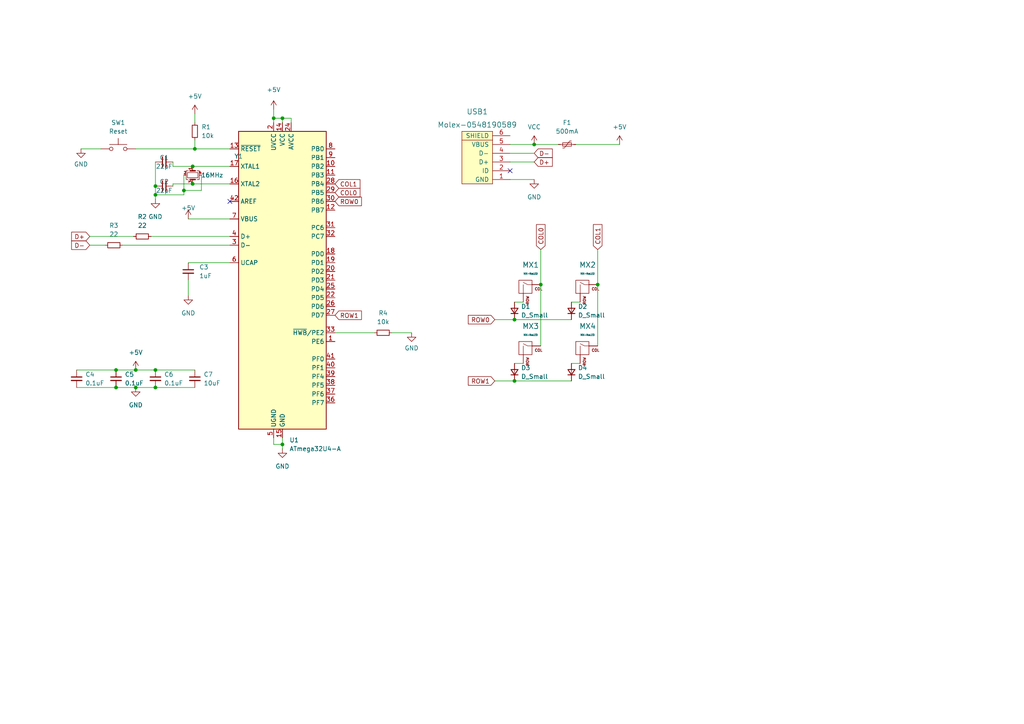
<source format=kicad_sch>
(kicad_sch (version 20211123) (generator eeschema)
  (paper "A4")
  (lib_symbols
    (symbol "Device:C_Small" (pin_numbers hide) (pin_names (offset 0.254) hide)
      (property "Reference" "C" (at 0.254 1.778 0))
      (property "Value" "C_Small" (at 0.254 -2.032 0))
      (symbol "C_Small_0_1"
        (polyline (pts (xy -1.524 -0.508) (xy 1.524 -0.508)) (stroke (width 0.3302)))
        (polyline (pts (xy -1.524 0.508) (xy 1.524 0.508)) (stroke (width 0.3048)))
      )
      (symbol "C_Small_1_1"
        (pin passive line (at 0 2.54 270) (length 2.032) (name "~") (number "1"))
        (pin passive line (at 0 -2.54 90) (length 2.032) (name "~") (number "2"))
      )
    )
    (symbol "Device:Crystal_GND24_Small" (pin_names (offset 1.016) hide)
      (property "Reference" "Y" (at 1.27 4.445 0))
      (property "Value" "Crystal_GND24_Small" (at 1.27 2.54 0))
      (symbol "Crystal_GND24_Small_0_1"
        (rectangle (start -0.762 -1.524) (end 0.762 1.524))
        (polyline (pts (xy -1.27 -0.762) (xy -1.27 0.762)) (stroke (width 0.381)))
        (polyline (pts (xy 1.27 -0.762) (xy 1.27 0.762)) (stroke (width 0.381)))
        (polyline (pts (xy -1.27 -1.27) (xy -1.27 -1.905) (xy 1.27 -1.905) (xy 1.27 -1.27)))
        (polyline (pts (xy -1.27 1.27) (xy -1.27 1.905) (xy 1.27 1.905) (xy 1.27 1.27)))
      )
      (symbol "Crystal_GND24_Small_1_1"
        (pin passive line (at -2.54 0 0) (length 1.27) (name "1") (number "1"))
        (pin passive line (at 0 -2.54 90) (length 0.635) (name "2") (number "2"))
        (pin passive line (at 2.54 0 180) (length 1.27) (name "3") (number "3"))
        (pin passive line (at 0 2.54 270) (length 0.635) (name "4") (number "4"))
      )
    )
    (symbol "Device:D_Small" (pin_numbers hide) (pin_names (offset 0.254) hide)
      (property "Reference" "D" (at -1.27 2.032 0))
      (property "Value" "D_Small" (at -3.81 -2.032 0))
      (symbol "D_Small_0_1"
        (polyline (pts (xy -0.762 -1.016) (xy -0.762 1.016)) (stroke (width 0.254)))
        (polyline (pts (xy -0.762 0) (xy 0.762 0)))
        (polyline (pts (xy 0.762 -1.016) (xy -0.762 0) (xy 0.762 1.016) (xy 0.762 -1.016)) (stroke (width 0.254)))
      )
      (symbol "D_Small_1_1"
        (pin passive line (at -2.54 0 0) (length 1.778) (name "K") (number "1"))
        (pin passive line (at 2.54 0 180) (length 1.778) (name "A") (number "2"))
      )
    )
    (symbol "Device:Polyfuse_Small" (pin_numbers hide) (pin_names (offset 0))
      (property "Reference" "F" (at -1.905 0 90))
      (property "Value" "Polyfuse_Small" (at 1.905 0 90))
      (symbol "Polyfuse_Small_0_1"
        (rectangle (start -0.508 1.27) (end 0.508 -1.27))
        (polyline (pts (xy 0 2.54) (xy 0 -2.54)))
        (polyline (pts (xy -1.016 1.27) (xy -1.016 0.762) (xy 1.016 -0.762) (xy 1.016 -1.27)))
      )
      (symbol "Polyfuse_Small_1_1"
        (pin passive line (at 0 2.54 270) (length 0.635) (name "~") (number "1"))
        (pin passive line (at 0 -2.54 90) (length 0.635) (name "~") (number "2"))
      )
    )
    (symbol "Device:R_Small" (pin_numbers hide) (pin_names (offset 0.254) hide)
      (property "Reference" "R" (at 0.762 0.508 0))
      (property "Value" "R_Small" (at 0.762 -1.016 0))
      (symbol "R_Small_0_1"
        (rectangle (start -0.762 1.778) (end 0.762 -1.778) (stroke (width 0.2032)))
      )
      (symbol "R_Small_1_1"
        (pin passive line (at 0 2.54 270) (length 0.762) (name "~") (number "1"))
        (pin passive line (at 0 -2.54 90) (length 0.762) (name "~") (number "2"))
      )
    )
    (symbol "MCU_Microchip_ATmega:ATmega32U4-A"
      (property "Reference" "U" (at -12.7 44.45 0))
      (property "Value" "ATmega32U4-A" (at 2.54 -44.45 0))
      (symbol "ATmega32U4-A_0_1"
        (rectangle (start -12.7 -43.18) (end 12.7 43.18) (stroke (width 0.254)) (fill (type background)))
      )
      (symbol "ATmega32U4-A_1_1"
        (pin bidirectional line (at 15.24 -17.78 180) (length 2.54) (name "PE6") (number "1"))
        (pin bidirectional line (at 15.24 33.02 180) (length 2.54) (name "PB2") (number "10"))
        (pin bidirectional line (at 15.24 30.48 180) (length 2.54) (name "PB3") (number "11"))
        (pin bidirectional line (at 15.24 20.32 180) (length 2.54) (name "PB7") (number "12"))
        (pin input line (at -15.24 38.1 0) (length 2.54) (name "~{RESET}") (number "13"))
        (pin power_in line (at 0 45.72 270) (length 2.54) (name "VCC") (number "14"))
        (pin power_in line (at 0 -45.72 90) (length 2.54) (name "GND") (number "15"))
        (pin output line (at -15.24 27.94 0) (length 2.54) (name "XTAL2") (number "16"))
        (pin input line (at -15.24 33.02 0) (length 2.54) (name "XTAL1") (number "17"))
        (pin bidirectional line (at 15.24 7.62 180) (length 2.54) (name "PD0") (number "18"))
        (pin bidirectional line (at 15.24 5.08 180) (length 2.54) (name "PD1") (number "19"))
        (pin power_in line (at -2.54 45.72 270) (length 2.54) (name "UVCC") (number "2"))
        (pin bidirectional line (at 15.24 2.54 180) (length 2.54) (name "PD2") (number "20"))
        (pin bidirectional line (at 15.24 0 180) (length 2.54) (name "PD3") (number "21"))
        (pin bidirectional line (at 15.24 -5.08 180) (length 2.54) (name "PD5") (number "22"))
        (pin passive line (at 0 -45.72 90) (length 2.54) hide (name "GND") (number "23"))
        (pin power_in line (at 2.54 45.72 270) (length 2.54) (name "AVCC") (number "24"))
        (pin bidirectional line (at 15.24 -2.54 180) (length 2.54) (name "PD4") (number "25"))
        (pin bidirectional line (at 15.24 -7.62 180) (length 2.54) (name "PD6") (number "26"))
        (pin bidirectional line (at 15.24 -10.16 180) (length 2.54) (name "PD7") (number "27"))
        (pin bidirectional line (at 15.24 27.94 180) (length 2.54) (name "PB4") (number "28"))
        (pin bidirectional line (at 15.24 25.4 180) (length 2.54) (name "PB5") (number "29"))
        (pin bidirectional line (at -15.24 10.16 0) (length 2.54) (name "D-") (number "3"))
        (pin bidirectional line (at 15.24 22.86 180) (length 2.54) (name "PB6") (number "30"))
        (pin bidirectional line (at 15.24 15.24 180) (length 2.54) (name "PC6") (number "31"))
        (pin bidirectional line (at 15.24 12.7 180) (length 2.54) (name "PC7") (number "32"))
        (pin bidirectional line (at 15.24 -15.24 180) (length 2.54) (name "~{HWB}/PE2") (number "33"))
        (pin passive line (at 0 45.72 270) (length 2.54) hide (name "VCC") (number "34"))
        (pin passive line (at 0 -45.72 90) (length 2.54) hide (name "GND") (number "35"))
        (pin bidirectional line (at 15.24 -35.56 180) (length 2.54) (name "PF7") (number "36"))
        (pin bidirectional line (at 15.24 -33.02 180) (length 2.54) (name "PF6") (number "37"))
        (pin bidirectional line (at 15.24 -30.48 180) (length 2.54) (name "PF5") (number "38"))
        (pin bidirectional line (at 15.24 -27.94 180) (length 2.54) (name "PF4") (number "39"))
        (pin bidirectional line (at -15.24 12.7 0) (length 2.54) (name "D+") (number "4"))
        (pin bidirectional line (at 15.24 -25.4 180) (length 2.54) (name "PF1") (number "40"))
        (pin bidirectional line (at 15.24 -22.86 180) (length 2.54) (name "PF0") (number "41"))
        (pin passive line (at -15.24 22.86 0) (length 2.54) (name "AREF") (number "42"))
        (pin passive line (at 0 -45.72 90) (length 2.54) hide (name "GND") (number "43"))
        (pin passive line (at 2.54 45.72 270) (length 2.54) hide (name "AVCC") (number "44"))
        (pin passive line (at -2.54 -45.72 90) (length 2.54) (name "UGND") (number "5"))
        (pin passive line (at -15.24 5.08 0) (length 2.54) (name "UCAP") (number "6"))
        (pin input line (at -15.24 17.78 0) (length 2.54) (name "VBUS") (number "7"))
        (pin bidirectional line (at 15.24 38.1 180) (length 2.54) (name "PB0") (number "8"))
        (pin bidirectional line (at 15.24 35.56 180) (length 2.54) (name "PB1") (number "9"))
      )
    )
    (symbol "MX_Alps_Hybrid:MX-NoLED" (pin_names (offset 1.016))
      (property "Reference" "MX" (at -0.635 3.81 0))
      (property "Value" "MX-NoLED" (at -0.635 1.27 0))
      (symbol "MX-NoLED_0_0"
        (rectangle (start -2.54 2.54) (end 1.27 -1.27))
        (polyline (pts (xy -1.27 -1.27) (xy -1.27 1.27)) (stroke (width 0.127)))
        (polyline (pts (xy 1.27 1.27) (xy 0 1.27) (xy -1.27 1.905)) (stroke (width 0.127)))
        (text "COL" (at 3.175 0 0) (effects (font (size 0.762 0.762))))
        (text "ROW" (at 0 -1.905 900) (effects (font (size 0.762 0.762)) (justify right)))
      )
      (symbol "MX-NoLED_1_1"
        (pin passive line (at 3.81 1.27 180) (length 2.54) (name "COL") (number "1"))
        (pin passive line (at -1.27 -3.81 90) (length 2.54) (name "ROW") (number "2"))
      )
    )
    (symbol "Switch:SW_Push" (pin_numbers hide) (pin_names (offset 1.016) hide)
      (property "Reference" "SW" (at 1.27 2.54 0))
      (property "Value" "SW_Push" (at 0 -1.524 0))
      (symbol "SW_Push_0_1"
        (circle (center -2.032 0) (radius 0.508))
        (polyline (pts (xy 0 1.27) (xy 0 3.048)))
        (polyline (pts (xy 2.54 1.27) (xy -2.54 1.27)))
        (circle (center 2.032 0) (radius 0.508))
        (pin passive line (at -5.08 0 0) (length 2.54) (name "1") (number "1"))
        (pin passive line (at 5.08 0 180) (length 2.54) (name "2") (number "2"))
      )
    )
    (symbol "power:+5V" (power) (pin_names (offset 0))
      (property "Value" "+5V" (at 0 3.556 0))
      (symbol "+5V_0_1"
        (polyline (pts (xy -0.762 1.27) (xy 0 2.54)))
        (polyline (pts (xy 0 0) (xy 0 2.54)))
        (polyline (pts (xy 0 2.54) (xy 0.762 1.27)))
      )
      (symbol "+5V_1_1"
        (pin power_in line (at 0 0 90) (length 0) hide (name "+5V") (number "1"))
      )
    )
    (symbol "power:GND" (power) (pin_names (offset 0))
      (property "Value" "GND" (at 0 -3.81 0))
      (symbol "GND_0_1"
        (polyline (pts (xy 0 0) (xy 0 -1.27) (xy 1.27 -1.27) (xy 0 -2.54) (xy -1.27 -1.27) (xy 0 -1.27)))
      )
      (symbol "GND_1_1"
        (pin power_in line (at 0 0 270) (length 0) hide (name "GND") (number "1"))
      )
    )
    (symbol "power:VCC" (power) (pin_names (offset 0))
      (property "Value" "VCC" (at 0 3.81 0))
      (symbol "VCC_0_1"
        (polyline (pts (xy -0.762 1.27) (xy 0 2.54)))
        (polyline (pts (xy 0 0) (xy 0 2.54)))
        (polyline (pts (xy 0 2.54) (xy 0.762 1.27)))
      )
      (symbol "VCC_1_1"
        (pin power_in line (at 0 0 90) (length 0) hide (name "VCC") (number "1"))
      )
    )
    (symbol "random-keyboard-parts:Molex-0548190589" (pin_names (offset 1.016))
      (property "Reference" "USB" (at 0 7.62 0))
      (property "Value" "Molex-0548190589" (at 0 10.16 0))
      (symbol "Molex-0548190589_0_0"
        (polyline (pts (xy 6.35 -2.54) (xy 6.35 6.35)))
        (rectangle (start 8.89 -2.54) (end -6.35 6.35) (fill (type background)))
      )
      (symbol "Molex-0548190589_1_1"
        (pin input line (at -5.08 -7.62 90) (length 5.08) (name "GND") (number "1"))
        (pin input line (at -2.54 -7.62 90) (length 5.08) (name "ID") (number "2"))
        (pin input line (at 0 -7.62 90) (length 5.08) (name "D+") (number "3"))
        (pin input line (at 2.54 -7.62 90) (length 5.08) (name "D-") (number "4"))
        (pin input line (at 5.08 -7.62 90) (length 5.08) (name "VBUS") (number "5"))
        (pin input line (at 7.62 -7.62 90) (length 5.08) (name "SHIELD") (number "6"))
      )
    )
  )
  (junction (at 81.915 128.905))
  (junction (at 81.915 34.29))
  (junction (at 53.34 55.245))
  (junction (at 173.355 82.55))
  (junction (at 149.225 92.71))
  (junction (at 45.085 53.975))
  (junction (at 79.375 34.29))
  (junction (at 154.94 41.91))
  (junction (at 45.085 112.395))
  (junction (at 39.37 112.395))
  (junction (at 55.88 53.34))
  (junction (at 45.085 107.315))
  (junction (at 149.225 110.49))
  (junction (at 56.515 43.18))
  (junction (at 55.88 48.26))
  (junction (at 156.845 82.55))
  (junction (at 33.655 107.315))
  (junction (at 45.085 56.515))
  (junction (at 39.37 107.315))
  (junction (at 33.655 112.395))
  (no_connect (at 66.675 58.42))
  (no_connect (at 147.955 49.53))
  (wire (pts (xy 147.955 41.91) (xy 154.94 41.91)))
  (wire (pts (xy 43.815 68.58) (xy 66.675 68.58)))
  (wire (pts (xy 39.37 107.315) (xy 45.085 107.315)))
  (wire (pts (xy 45.085 107.315) (xy 56.515 107.315)))
  (wire (pts (xy 26.035 68.58) (xy 38.735 68.58)))
  (wire (pts (xy 147.955 52.07) (xy 154.94 52.07)))
  (wire (pts (xy 56.515 33.02) (xy 56.515 35.56)))
  (wire (pts (xy 50.165 46.99) (xy 50.165 48.26)))
  (wire (pts (xy 35.56 71.12) (xy 66.675 71.12)))
  (wire (pts (xy 22.225 107.315) (xy 33.655 107.315)))
  (wire (pts (xy 84.455 35.56) (xy 84.455 34.29)))
  (wire (pts (xy 173.355 72.39) (xy 173.355 82.55)))
  (wire (pts (xy 54.61 81.28) (xy 54.61 85.725)))
  (wire (pts (xy 167.005 41.91) (xy 179.705 41.91)))
  (wire (pts (xy 165.735 87.63) (xy 168.275 87.63)))
  (wire (pts (xy 54.61 76.2) (xy 66.675 76.2)))
  (wire (pts (xy 45.085 56.515) (xy 45.085 57.785)))
  (wire (pts (xy 55.88 53.34) (xy 66.675 53.34)))
  (wire (pts (xy 154.94 41.91) (xy 161.925 41.91)))
  (wire (pts (xy 113.665 96.52) (xy 119.38 96.52)))
  (wire (pts (xy 79.375 34.29) (xy 79.375 35.56)))
  (wire (pts (xy 53.34 56.515) (xy 45.085 56.515)))
  (wire (pts (xy 79.375 128.905) (xy 81.915 128.905)))
  (wire (pts (xy 58.42 55.245) (xy 53.34 55.245)))
  (wire (pts (xy 81.915 34.29) (xy 79.375 34.29)))
  (wire (pts (xy 55.88 48.26) (xy 66.675 48.26)))
  (wire (pts (xy 149.225 92.71) (xy 165.735 92.71)))
  (wire (pts (xy 50.165 53.34) (xy 55.88 53.34)))
  (wire (pts (xy 56.515 40.64) (xy 56.515 43.18)))
  (wire (pts (xy 81.915 128.905) (xy 81.915 130.175)))
  (wire (pts (xy 26.035 71.12) (xy 30.48 71.12)))
  (wire (pts (xy 81.915 128.905) (xy 81.915 127)))
  (wire (pts (xy 45.085 46.99) (xy 45.085 53.975)))
  (wire (pts (xy 149.225 110.49) (xy 165.735 110.49)))
  (wire (pts (xy 149.225 87.63) (xy 151.765 87.63)))
  (wire (pts (xy 39.37 112.395) (xy 45.085 112.395)))
  (wire (pts (xy 84.455 34.29) (xy 81.915 34.29)))
  (wire (pts (xy 53.34 55.245) (xy 53.34 50.8)))
  (wire (pts (xy 58.42 50.8) (xy 58.42 55.245)))
  (wire (pts (xy 97.155 96.52) (xy 108.585 96.52)))
  (wire (pts (xy 50.165 53.975) (xy 50.165 53.34)))
  (wire (pts (xy 149.225 105.41) (xy 151.765 105.41)))
  (wire (pts (xy 143.51 110.49) (xy 149.225 110.49)))
  (wire (pts (xy 79.375 127) (xy 79.375 128.905)))
  (wire (pts (xy 173.355 82.55) (xy 173.355 100.33)))
  (wire (pts (xy 143.51 92.71) (xy 149.225 92.71)))
  (wire (pts (xy 56.515 43.18) (xy 66.675 43.18)))
  (wire (pts (xy 45.085 53.975) (xy 45.085 56.515)))
  (wire (pts (xy 33.655 107.315) (xy 39.37 107.315)))
  (wire (pts (xy 81.915 35.56) (xy 81.915 34.29)))
  (wire (pts (xy 54.61 63.5) (xy 66.675 63.5)))
  (wire (pts (xy 156.845 72.39) (xy 156.845 82.55)))
  (wire (pts (xy 23.495 43.18) (xy 29.21 43.18)))
  (wire (pts (xy 147.955 46.99) (xy 154.94 46.99)))
  (wire (pts (xy 39.37 43.18) (xy 56.515 43.18)))
  (wire (pts (xy 53.34 55.245) (xy 53.34 56.515)))
  (wire (pts (xy 33.655 112.395) (xy 39.37 112.395)))
  (wire (pts (xy 22.225 112.395) (xy 33.655 112.395)))
  (wire (pts (xy 165.735 105.41) (xy 168.275 105.41)))
  (wire (pts (xy 147.955 44.45) (xy 154.94 44.45)))
  (wire (pts (xy 156.845 82.55) (xy 156.845 100.33)))
  (wire (pts (xy 79.375 31.75) (xy 79.375 34.29)))
  (wire (pts (xy 50.165 48.26) (xy 55.88 48.26)))
  (wire (pts (xy 45.085 112.395) (xy 56.515 112.395)))
  (global_label "COL1" (shape input) (at 173.355 72.39 90) (property "Intersheet References" "${INTERSHEET_REFS}" (effects hide)))
  (global_label "COL1" (shape input) (at 97.155 53.34 0) (property "Intersheet References" "${INTERSHEET_REFS}" (effects hide)))
  (global_label "ROW0" (shape input) (at 143.51 92.71 180) (property "Intersheet References" "${INTERSHEET_REFS}" (effects hide)))
  (global_label "D+" (shape input) (at 26.035 68.58 180) (property "Intersheet References" "${INTERSHEET_REFS}" (effects hide)))
  (global_label "ROW1" (shape input) (at 97.155 91.44 0) (property "Intersheet References" "${INTERSHEET_REFS}" (effects hide)))
  (global_label "COL0" (shape input) (at 97.155 55.88 0) (property "Intersheet References" "${INTERSHEET_REFS}" (effects hide)))
  (global_label "D+" (shape input) (at 154.94 46.99 0) (property "Intersheet References" "${INTERSHEET_REFS}" (effects hide)))
  (global_label "D-" (shape input) (at 26.035 71.12 180) (property "Intersheet References" "${INTERSHEET_REFS}" (effects hide)))
  (global_label "COL0" (shape input) (at 156.845 72.39 90) (property "Intersheet References" "${INTERSHEET_REFS}" (effects hide)))
  (global_label "D-" (shape input) (at 154.94 44.45 0) (property "Intersheet References" "${INTERSHEET_REFS}" (effects hide)))
  (global_label "ROW0" (shape input) (at 97.155 58.42 0) (property "Intersheet References" "${INTERSHEET_REFS}" (effects hide)))
  (global_label "ROW1" (shape input) (at 143.51 110.49 180) (property "Intersheet References" "${INTERSHEET_REFS}" (effects hide)))
  (symbol (lib_id "Device:C_Small") (at 33.655 109.855 0) (unit 1)
    (property "Reference" "C5" (at 36.195 108.5912 0) (effects (justify left)))
    (property "Value" "0.1uF" (at 36.195 111.1312 0) (effects (justify left)))
    (property "Footprint" "Capacitor_SMD:C_0805_2012Metric" (effects hide))
  )
  (symbol (lib_id "MX_Alps_Hybrid:MX-NoLED") (at 169.545 101.6 0) (unit 1)
    (property "Reference" "MX4" (at 170.4306 94.615 0) (effects (font (size 1.524 1.524))))
    (property "Value" "MX-NoLED" (at 170.4306 97.155 0) (effects (font (size 0.508 0.508))))
    (property "Footprint" "Kailh_Choc:KailhChoc-1U" (effects hide))
  )
  (symbol (lib_id "Device:C_Small") (at 47.625 46.99 90) (unit 1)
    (property "Reference" "C1" (at 47.625 45.72 90))
    (property "Value" "22pF" (at 47.625 48.26 90))
    (property "Footprint" "Capacitor_SMD:C_0805_2012Metric" (effects hide))
  )
  (symbol (lib_id "Device:C_Small") (at 22.225 109.855 0) (unit 1)
    (property "Reference" "C4" (at 24.765 108.5912 0) (effects (justify left)))
    (property "Value" "0.1uF" (at 24.765 111.1312 0) (effects (justify left)))
    (property "Footprint" "Capacitor_SMD:C_0805_2012Metric" (effects hide))
  )
  (symbol (lib_id "MX_Alps_Hybrid:MX-NoLED") (at 153.035 83.82 0) (unit 1)
    (property "Reference" "MX1" (at 153.9206 76.835 0) (effects (font (size 1.524 1.524))))
    (property "Value" "MX-NoLED" (at 153.9206 79.375 0) (effects (font (size 0.508 0.508))))
    (property "Footprint" "Kailh_Choc:KailhChoc-1U" (effects hide))
  )
  (symbol (lib_id "power:+5V") (at 39.37 107.315 0) (unit 1)
    (property "Reference" "#PWR0106" (effects hide))
    (property "Value" "+5V" (at 39.37 102.235 0))
  )
  (symbol (lib_id "MX_Alps_Hybrid:MX-NoLED") (at 169.545 83.82 0) (unit 1)
    (property "Reference" "MX2" (at 170.4306 76.835 0) (effects (font (size 1.524 1.524))))
    (property "Value" "MX-NoLED" (at 170.4306 79.375 0) (effects (font (size 0.508 0.508))))
    (property "Footprint" "Kailh_Choc:KailhChoc-1U" (effects hide))
  )
  (symbol (lib_id "power:GND") (at 54.61 85.725 0) (unit 1)
    (property "Reference" "#PWR0104" (effects hide))
    (property "Value" "GND" (at 54.61 90.805 0))
  )
  (symbol (lib_id "Device:R_Small") (at 41.275 68.58 90) (unit 1)
    (property "Reference" "R2" (at 41.275 62.865 90))
    (property "Value" "22" (at 41.275 65.405 90))
    (property "Footprint" "Resistor_SMD:R_0805_2012Metric" (effects hide))
  )
  (symbol (lib_id "Device:R_Small") (at 33.02 71.12 90) (unit 1)
    (property "Reference" "R3" (at 33.02 65.405 90))
    (property "Value" "22" (at 33.02 67.945 90))
    (property "Footprint" "Resistor_SMD:R_0805_2012Metric" (effects hide))
  )
  (symbol (lib_id "power:GND") (at 45.085 57.785 0) (unit 1)
    (property "Reference" "#PWR0108" (effects hide))
    (property "Value" "GND" (at 45.085 62.865 0))
  )
  (symbol (lib_id "Device:Crystal_GND24_Small") (at 55.88 50.8 270) (unit 1)
    (property "Reference" "Y1" (at 69.215 45.3388 90))
    (property "Value" "16MHz" (at 64.77 50.8 90) (effects (justify right)))
    (property "Footprint" "Crystal:Crystal_SMD_3225-4Pin_3.2x2.5mm" (effects hide))
  )
  (symbol (lib_id "Device:R_Small") (at 111.125 96.52 90) (unit 1)
    (property "Reference" "R4" (at 111.125 90.805 90))
    (property "Value" "10k" (at 111.125 93.345 90))
    (property "Footprint" "Resistor_SMD:R_0805_2012Metric" (effects hide))
  )
  (symbol (lib_id "power:+5V") (at 79.375 31.75 0) (unit 1)
    (property "Reference" "#PWR0102" (effects hide))
    (property "Value" "+5V" (at 79.375 26.035 0))
  )
  (symbol (lib_id "Device:C_Small") (at 45.085 109.855 0) (unit 1)
    (property "Reference" "C6" (at 47.625 108.5912 0) (effects (justify left)))
    (property "Value" "0.1uF" (at 47.625 111.1312 0) (effects (justify left)))
    (property "Footprint" "Capacitor_SMD:C_0805_2012Metric" (effects hide))
  )
  (symbol (lib_id "Device:D_Small") (at 149.225 107.95 90) (unit 1)
    (property "Reference" "D3" (at 151.13 106.6799 90) (effects (justify right)))
    (property "Value" "D_Small" (at 151.13 109.2199 90) (effects (justify right)))
    (property "Footprint" "Diode_SMD:D_SOD-123" (effects hide))
  )
  (symbol (lib_id "power:+5V") (at 179.705 41.91 0) (unit 1)
    (property "Reference" "#PWR0111" (effects hide))
    (property "Value" "+5V" (at 179.705 36.83 0))
  )
  (symbol (lib_id "Device:C_Small") (at 54.61 78.74 0) (unit 1)
    (property "Reference" "C3" (at 57.785 77.4762 0) (effects (justify left)))
    (property "Value" "1uF" (at 57.785 80.0162 0) (effects (justify left)))
    (property "Footprint" "Capacitor_SMD:C_0805_2012Metric" (effects hide))
  )
  (symbol (lib_id "Device:Polyfuse_Small") (at 164.465 41.91 90) (unit 1)
    (property "Reference" "F1" (at 164.465 35.56 90))
    (property "Value" "500mA" (at 164.465 38.1 90))
    (property "Footprint" "Fuse:Fuse_1206_3216Metric" (effects hide))
  )
  (symbol (lib_id "MX_Alps_Hybrid:MX-NoLED") (at 153.035 101.6 0) (unit 1)
    (property "Reference" "MX3" (at 153.9206 94.615 0) (effects (font (size 1.524 1.524))))
    (property "Value" "MX-NoLED" (at 153.9206 97.155 0) (effects (font (size 0.508 0.508))))
    (property "Footprint" "Kailh_Choc:KailhChoc-1U" (effects hide))
  )
  (symbol (lib_id "Device:D_Small") (at 165.735 90.17 90) (unit 1)
    (property "Reference" "D2" (at 167.64 88.8999 90) (effects (justify right)))
    (property "Value" "D_Small" (at 167.64 91.4399 90) (effects (justify right)))
    (property "Footprint" "Diode_SMD:D_SOD-123" (effects hide))
  )
  (symbol (lib_id "power:GND") (at 154.94 52.07 0) (unit 1)
    (property "Reference" "#PWR0113" (effects hide))
    (property "Value" "GND" (at 154.94 57.15 0))
  )
  (symbol (lib_id "Device:R_Small") (at 56.515 38.1 0) (unit 1)
    (property "Reference" "R1" (at 58.42 36.8299 0) (effects (justify left)))
    (property "Value" "10k" (at 58.42 39.3699 0) (effects (justify left)))
    (property "Footprint" "Resistor_SMD:R_0805_2012Metric" (effects hide))
  )
  (symbol (lib_id "random-keyboard-parts:Molex-0548190589") (at 140.335 46.99 90) (unit 1)
    (property "Reference" "USB1" (at 138.43 32.385 90) (effects (font (size 1.524 1.524))))
    (property "Value" "Molex-0548190589" (at 138.43 36.195 90) (effects (font (size 1.524 1.524))))
    (property "Footprint" "random-keyboard-parts:Molex-0548190589" (effects hide))
  )
  (symbol (lib_id "power:GND") (at 23.495 43.18 0) (unit 1)
    (property "Reference" "#PWR0101" (effects hide))
    (property "Value" "GND" (at 23.495 47.625 0))
  )
  (symbol (lib_id "Device:C_Small") (at 47.625 53.975 90) (unit 1)
    (property "Reference" "C2" (at 47.625 52.705 90))
    (property "Value" "22pF" (at 47.625 55.245 90))
    (property "Footprint" "Capacitor_SMD:C_0805_2012Metric" (effects hide))
  )
  (symbol (lib_id "Device:C_Small") (at 56.515 109.855 0) (unit 1)
    (property "Reference" "C7" (at 59.055 108.5912 0) (effects (justify left)))
    (property "Value" "10uF" (at 59.055 111.1312 0) (effects (justify left)))
    (property "Footprint" "Capacitor_SMD:C_0805_2012Metric" (effects hide))
  )
  (symbol (lib_id "power:+5V") (at 56.515 33.02 0) (unit 1)
    (property "Reference" "#PWR0103" (effects hide))
    (property "Value" "+5V" (at 56.515 27.94 0))
  )
  (symbol (lib_id "power:GND") (at 81.915 130.175 0) (unit 1)
    (property "Reference" "#PWR0109" (effects hide))
    (property "Value" "GND" (at 81.915 135.255 0))
  )
  (symbol (lib_id "Device:D_Small") (at 149.225 90.17 90) (unit 1)
    (property "Reference" "D1" (at 151.13 88.8999 90) (effects (justify right)))
    (property "Value" "D_Small" (at 151.13 91.4399 90) (effects (justify right)))
    (property "Footprint" "Diode_SMD:D_SOD-123" (effects hide))
  )
  (symbol (lib_id "Device:D_Small") (at 165.735 107.95 90) (unit 1)
    (property "Reference" "D4" (at 167.64 106.6799 90) (effects (justify right)))
    (property "Value" "D_Small" (at 167.64 109.2199 90) (effects (justify right)))
    (property "Footprint" "Diode_SMD:D_SOD-123" (effects hide))
  )
  (symbol (lib_id "power:VCC") (at 154.94 41.91 0) (unit 1)
    (property "Reference" "#PWR0112" (effects hide))
    (property "Value" "VCC" (at 154.94 36.83 0))
  )
  (symbol (lib_id "power:+5V") (at 54.61 63.5 0) (unit 1)
    (property "Reference" "#PWR0107" (effects hide))
    (property "Value" "+5V" (at 54.61 60.325 0))
  )
  (symbol (lib_id "Switch:SW_Push") (at 34.29 43.18 0) (unit 1)
    (property "Reference" "SW1" (at 34.29 35.56 0))
    (property "Value" "Reset" (at 34.29 38.1 0))
    (property "Footprint" "random-keyboard-parts:SKQG-1155865" (effects hide))
  )
  (symbol (lib_id "MCU_Microchip_ATmega:ATmega32U4-A") (at 81.915 81.28 0) (unit 1)
    (property "Reference" "U1" (at 83.9344 127.635 0) (effects (justify left)))
    (property "Value" "ATmega32U4-A" (at 83.9344 130.175 0) (effects (justify left)))
    (property "Footprint" "Package_QFP:TQFP-44_10x10mm_P0.8mm" (effects hide))
    (property "Datasheet" "http://ww1.microchip.com/downloads/en/DeviceDoc/Atmel-7766-8-bit-AVR-ATmega16U4-32U4_Datasheet.pdf" (effects hide))
  )
  (symbol (lib_id "power:GND") (at 39.37 112.395 0) (unit 1)
    (property "Reference" "#PWR0105" (effects hide))
    (property "Value" "GND" (at 39.37 117.475 0))
  )
  (symbol (lib_id "power:GND") (at 119.38 96.52 0) (unit 1)
    (property "Reference" "#PWR0110" (effects hide))
    (property "Value" "GND" (at 119.38 100.965 0))
  )
)
</source>
